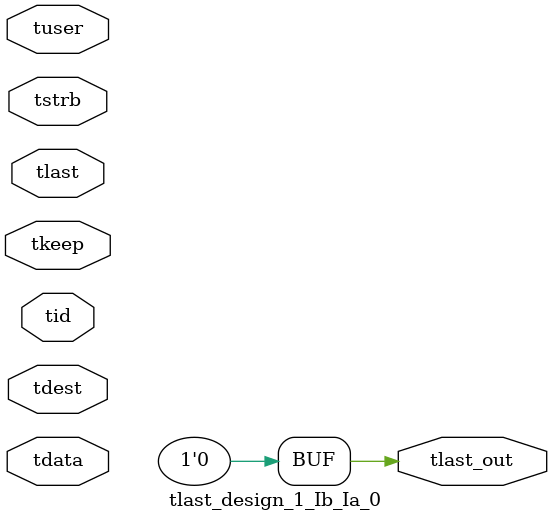
<source format=v>


`timescale 1ps/1ps

module tlast_design_1_Ib_Ia_0 #
(
parameter C_S_AXIS_TID_WIDTH   = 1,
parameter C_S_AXIS_TUSER_WIDTH = 0,
parameter C_S_AXIS_TDATA_WIDTH = 0,
parameter C_S_AXIS_TDEST_WIDTH = 0
)
(
input  [(C_S_AXIS_TID_WIDTH   == 0 ? 1 : C_S_AXIS_TID_WIDTH)-1:0       ] tid,
input  [(C_S_AXIS_TDATA_WIDTH == 0 ? 1 : C_S_AXIS_TDATA_WIDTH)-1:0     ] tdata,
input  [(C_S_AXIS_TUSER_WIDTH == 0 ? 1 : C_S_AXIS_TUSER_WIDTH)-1:0     ] tuser,
input  [(C_S_AXIS_TDEST_WIDTH == 0 ? 1 : C_S_AXIS_TDEST_WIDTH)-1:0     ] tdest,
input  [(C_S_AXIS_TDATA_WIDTH/8)-1:0 ] tkeep,
input  [(C_S_AXIS_TDATA_WIDTH/8)-1:0 ] tstrb,
input  [0:0]                                                             tlast,
output                                                                   tlast_out
);

assign tlast_out = {1'b0};

endmodule


</source>
